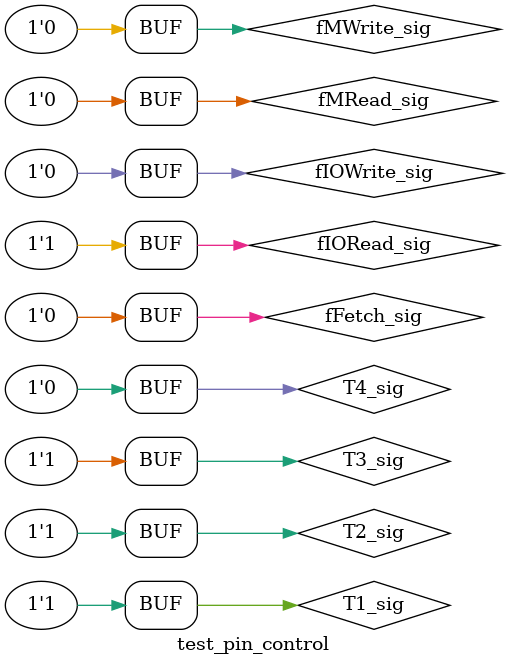
<source format=sv>
`timescale 100 ns/ 100 ns

module test_pin_control;

// ----------------- CONTROL ----------------
logic fFetch_sig=0;
logic fMRead_sig=0;
logic fMWrite_sig=0;
logic fIORead_sig=0;
logic fIOWrite_sig=0;
logic T1_sig=0;
logic T2_sig=0;
logic T3_sig=0;
logic T4_sig=0;

// ----------------- STATES ----------------
wire bus_ab_pin_we_sig;
wire bus_db_pin_oe_sig;
wire bus_db_pin_re_sig;

// ----------------- TEST -------------------
initial begin
    // Initial condition
    #1  assert(bus_ab_pin_we_sig==0 && bus_db_pin_oe_sig==0 && bus_db_pin_re_sig==0);

        // Activate formula for each signal
        fFetch_sig = 1;
        T1_sig = 1;
    #1  assert(bus_ab_pin_we_sig==1 && bus_db_pin_oe_sig==0 && bus_db_pin_re_sig==0);
        T1_sig = 0;
        T3_sig = 1;
    #1  assert(bus_ab_pin_we_sig==1 && bus_db_pin_oe_sig==0 && bus_db_pin_re_sig==0);
        fFetch_sig = 0;
        T1_sig = 0;
        T3_sig = 0;
    #1  assert(bus_ab_pin_we_sig==0 && bus_db_pin_oe_sig==0 && bus_db_pin_re_sig==0);
        // Read phase
        fMRead_sig = 1;
    #1  assert(bus_ab_pin_we_sig==0 && bus_db_pin_oe_sig==0 && bus_db_pin_re_sig==0);
        T1_sig = 1;
    #1  assert(bus_ab_pin_we_sig==1 && bus_db_pin_oe_sig==0 && bus_db_pin_re_sig==0);
        // Write phase
        fMRead_sig = 0;
        fMWrite_sig = 1;
        fIORead_sig = 0;
        fIOWrite_sig = 0;
    #1  assert(bus_ab_pin_we_sig==1 && bus_db_pin_oe_sig==0 && bus_db_pin_re_sig==0);
        // IO Read phase
        fMRead_sig = 0;
        fMWrite_sig = 0;
        fIORead_sig = 1;
        fIOWrite_sig = 0;
    #1  assert(bus_ab_pin_we_sig==1 && bus_db_pin_oe_sig==0 && bus_db_pin_re_sig==0);
        // IO Write phase
        fMRead_sig = 0;
        fMWrite_sig = 0;
        fIORead_sig = 0;
        fIOWrite_sig = 1;
    #1  assert(bus_ab_pin_we_sig==1 && bus_db_pin_oe_sig==0 && bus_db_pin_re_sig==0);
        fIOWrite_sig = 0;
    #1  assert(bus_ab_pin_we_sig==0 && bus_db_pin_oe_sig==0 && bus_db_pin_re_sig==0);

        // Test bus pin control
        T2_sig = 1;
        fMWrite_sig = 1;
    #1  assert(bus_ab_pin_we_sig==1 && bus_db_pin_oe_sig==1 && bus_db_pin_re_sig==0);
        fMWrite_sig = 0;
        fIORead_sig = 1;
    #1  assert(bus_ab_pin_we_sig==1 && bus_db_pin_oe_sig==0 && bus_db_pin_re_sig==0);
        T3_sig = 1;
    #1  assert(bus_ab_pin_we_sig==1 && bus_db_pin_oe_sig==0 && bus_db_pin_re_sig==1);

    #1  $display("End of test");
end

//--------------------------------------------------------------
// Instantiate pin control
//--------------------------------------------------------------

pin_control pin_control_inst
(
    .fFetch(fFetch_sig) ,               // input  fFetch_sig
    .fMRead(fMRead_sig) ,               // input  fMRead_sig
    .fMWrite(fMWrite_sig) ,             // input  fMWrite_sig
    .fIORead(fIORead_sig) ,             // input  fIORead_sig
    .fIOWrite(fIOWrite_sig) ,           // input  fIOWrite_sig
    .T1(T1_sig) ,                       // input  T1_sig
    .T2(T2_sig) ,                       // input  T2_sig
    .T3(T3_sig) ,                       // input  T3_sig
    .T4(T4_sig) ,                       // input  T4_sig
    .bus_ab_pin_we(bus_ab_pin_we_sig) , // output  bus_ab_pin_we_sig
    .bus_db_pin_oe(bus_db_pin_oe_sig) , // output  bus_db_pin_oe_sig
    .bus_db_pin_re(bus_db_pin_re_sig)   // output  bus_db_pin_re_sig
);

endmodule

</source>
